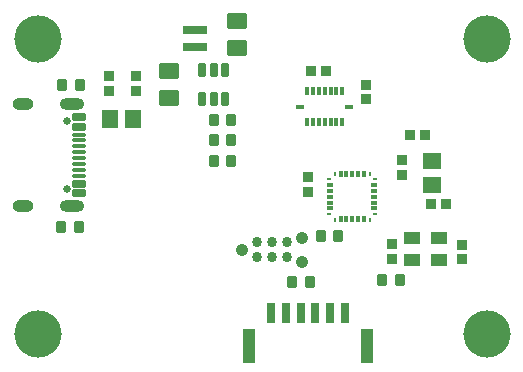
<source format=gbr>
%TF.GenerationSoftware,Altium Limited,Altium Designer,24.4.1 (13)*%
G04 Layer_Color=255*
%FSLAX45Y45*%
%MOMM*%
%TF.SameCoordinates,B8B7DE2E-4358-4D64-837E-663932822D10*%
%TF.FilePolarity,Positive*%
%TF.FileFunction,Pads,Top*%
%TF.Part,Single*%
G01*
G75*
%TA.AperFunction,SMDPad,CuDef*%
%ADD11R,2.00000X0.70000*%
G04:AMPARAMS|DCode=12|XSize=1.4mm|YSize=1.7mm|CornerRadius=0.175mm|HoleSize=0mm|Usage=FLASHONLY|Rotation=270.000|XOffset=0mm|YOffset=0mm|HoleType=Round|Shape=RoundedRectangle|*
%AMROUNDEDRECTD12*
21,1,1.40000,1.35000,0,0,270.0*
21,1,1.05000,1.70000,0,0,270.0*
1,1,0.35000,-0.67500,-0.52500*
1,1,0.35000,-0.67500,0.52500*
1,1,0.35000,0.67500,0.52500*
1,1,0.35000,0.67500,-0.52500*
%
%ADD12ROUNDEDRECTD12*%
%TA.AperFunction,TestPad*%
G04:AMPARAMS|DCode=13|XSize=0.3mm|YSize=1.15mm|CornerRadius=0.0375mm|HoleSize=0mm|Usage=FLASHONLY|Rotation=270.000|XOffset=0mm|YOffset=0mm|HoleType=Round|Shape=RoundedRectangle|*
%AMROUNDEDRECTD13*
21,1,0.30000,1.07500,0,0,270.0*
21,1,0.22500,1.15000,0,0,270.0*
1,1,0.07500,-0.53750,-0.11250*
1,1,0.07500,-0.53750,0.11250*
1,1,0.07500,0.53750,0.11250*
1,1,0.07500,0.53750,-0.11250*
%
%ADD13ROUNDEDRECTD13*%
G04:AMPARAMS|DCode=14|XSize=0.6mm|YSize=1.15mm|CornerRadius=0.075mm|HoleSize=0mm|Usage=FLASHONLY|Rotation=270.000|XOffset=0mm|YOffset=0mm|HoleType=Round|Shape=RoundedRectangle|*
%AMROUNDEDRECTD14*
21,1,0.60000,1.00000,0,0,270.0*
21,1,0.45000,1.15000,0,0,270.0*
1,1,0.15000,-0.50000,-0.22500*
1,1,0.15000,-0.50000,0.22500*
1,1,0.15000,0.50000,0.22500*
1,1,0.15000,0.50000,-0.22500*
%
%ADD14ROUNDEDRECTD14*%
%TA.AperFunction,SMDPad,CuDef*%
G04:AMPARAMS|DCode=15|XSize=0.8mm|YSize=1mm|CornerRadius=0.1mm|HoleSize=0mm|Usage=FLASHONLY|Rotation=180.000|XOffset=0mm|YOffset=0mm|HoleType=Round|Shape=RoundedRectangle|*
%AMROUNDEDRECTD15*
21,1,0.80000,0.80000,0,0,180.0*
21,1,0.60000,1.00000,0,0,180.0*
1,1,0.20000,-0.30000,0.40000*
1,1,0.20000,0.30000,0.40000*
1,1,0.20000,0.30000,-0.40000*
1,1,0.20000,-0.30000,-0.40000*
%
%ADD15ROUNDEDRECTD15*%
%ADD16R,0.95000X0.95000*%
%ADD17R,0.30000X0.25000*%
%ADD18R,0.25000X0.30000*%
%ADD19R,0.55000X0.30000*%
%ADD20R,0.30000X0.55000*%
G04:AMPARAMS|DCode=21|XSize=1.3mm|YSize=1.1mm|CornerRadius=0.055mm|HoleSize=0mm|Usage=FLASHONLY|Rotation=180.000|XOffset=0mm|YOffset=0mm|HoleType=Round|Shape=RoundedRectangle|*
%AMROUNDEDRECTD21*
21,1,1.30000,0.99000,0,0,180.0*
21,1,1.19000,1.10000,0,0,180.0*
1,1,0.11000,-0.59500,0.49500*
1,1,0.11000,0.59500,0.49500*
1,1,0.11000,0.59500,-0.49500*
1,1,0.11000,-0.59500,-0.49500*
%
%ADD21ROUNDEDRECTD21*%
%ADD22R,0.95000X0.95000*%
%ADD23R,0.75000X0.30000*%
%ADD24R,0.30000X0.75000*%
%TA.AperFunction,ConnectorPad*%
%ADD25R,0.65000X1.70000*%
%ADD26R,1.00000X2.90000*%
%TA.AperFunction,SMDPad,CuDef*%
%ADD27R,1.57000X1.33000*%
G04:AMPARAMS|DCode=28|XSize=0.6mm|YSize=1.2mm|CornerRadius=0.075mm|HoleSize=0mm|Usage=FLASHONLY|Rotation=180.000|XOffset=0mm|YOffset=0mm|HoleType=Round|Shape=RoundedRectangle|*
%AMROUNDEDRECTD28*
21,1,0.60000,1.05000,0,0,180.0*
21,1,0.45000,1.20000,0,0,180.0*
1,1,0.15000,-0.22500,0.52500*
1,1,0.15000,0.22500,0.52500*
1,1,0.15000,0.22500,-0.52500*
1,1,0.15000,-0.22500,-0.52500*
%
%ADD28ROUNDEDRECTD28*%
%ADD29R,1.33000X1.57000*%
%TA.AperFunction,BGAPad,CuDef*%
%ADD30C,0.86300*%
%TA.AperFunction,TestPad*%
%ADD41O,2.10000X1.00000*%
%ADD42C,0.65000*%
%ADD43O,1.80000X1.00000*%
%TA.AperFunction,ViaPad*%
%ADD44C,4.00000*%
%TA.AperFunction,ComponentPad*%
%ADD45C,1.06700*%
D11*
X-575000Y1322500D02*
D03*
Y1177500D02*
D03*
D12*
X-790000Y979300D02*
D03*
Y750700D02*
D03*
X-215000Y1175700D02*
D03*
Y1404300D02*
D03*
D13*
X-1552250Y290000D02*
D03*
Y240000D02*
D03*
Y190000D02*
D03*
Y340000D02*
D03*
Y390000D02*
D03*
Y440000D02*
D03*
Y140000D02*
D03*
Y90000D02*
D03*
D14*
Y505000D02*
D03*
Y585000D02*
D03*
Y25000D02*
D03*
Y-55000D02*
D03*
D15*
X492500Y-417500D02*
D03*
X642500D02*
D03*
X-1705000Y-340000D02*
D03*
X-1555000D02*
D03*
X400000Y-810000D02*
D03*
X250000D02*
D03*
X1162500Y-787500D02*
D03*
X1012500D02*
D03*
X-265000Y215000D02*
D03*
X-415000D02*
D03*
X-415000Y565000D02*
D03*
X-265000D02*
D03*
X-415000Y390000D02*
D03*
X-265000D02*
D03*
X-1695000Y860000D02*
D03*
X-1545000D02*
D03*
D16*
X1180000Y222500D02*
D03*
Y97500D02*
D03*
X1095000Y-485000D02*
D03*
Y-610000D02*
D03*
X1685000Y-617500D02*
D03*
Y-492500D02*
D03*
X385000Y77500D02*
D03*
Y-47500D02*
D03*
X875000Y862500D02*
D03*
Y737500D02*
D03*
X-1075000Y937500D02*
D03*
Y812500D02*
D03*
X-1300000Y937500D02*
D03*
Y812500D02*
D03*
D17*
X565000Y-235000D02*
D03*
X955000Y65000D02*
D03*
X565000D02*
D03*
X955000Y-235000D02*
D03*
D18*
X610000Y110000D02*
D03*
X910000Y-280000D02*
D03*
X610000D02*
D03*
X910000Y110000D02*
D03*
D19*
X947500Y-185000D02*
D03*
Y-135000D02*
D03*
Y-85000D02*
D03*
Y-35000D02*
D03*
Y15000D02*
D03*
X572500D02*
D03*
Y-35000D02*
D03*
Y-85000D02*
D03*
Y-135000D02*
D03*
Y-185000D02*
D03*
D20*
X860000Y102500D02*
D03*
X810000D02*
D03*
X760000D02*
D03*
X710000D02*
D03*
X660000D02*
D03*
Y-272500D02*
D03*
X710000D02*
D03*
X760000D02*
D03*
X810000D02*
D03*
X860000D02*
D03*
D21*
X1262500Y-435000D02*
D03*
Y-625000D02*
D03*
X1492500Y-435000D02*
D03*
Y-625000D02*
D03*
D22*
X1550000Y-147500D02*
D03*
X1425000D02*
D03*
X537500Y975000D02*
D03*
X412500D02*
D03*
X1247500Y440000D02*
D03*
X1372500D02*
D03*
D23*
X320000Y675000D02*
D03*
X730000D02*
D03*
D24*
X375000Y545000D02*
D03*
X425000D02*
D03*
X475000D02*
D03*
X525000D02*
D03*
X575000D02*
D03*
X625000D02*
D03*
X675000D02*
D03*
Y805000D02*
D03*
X625000D02*
D03*
X575000D02*
D03*
X525000D02*
D03*
X475000D02*
D03*
X425000D02*
D03*
X375000D02*
D03*
D25*
X72500Y-1070000D02*
D03*
X197500D02*
D03*
X447500D02*
D03*
X572500D02*
D03*
X322500D02*
D03*
X697500D02*
D03*
D26*
X-112500Y-1350000D02*
D03*
X882500D02*
D03*
D27*
X1435000Y213500D02*
D03*
Y16500D02*
D03*
D28*
X-320000Y745000D02*
D03*
X-415000D02*
D03*
X-510000D02*
D03*
Y985000D02*
D03*
X-415000D02*
D03*
X-320000D02*
D03*
D29*
X-1293500Y572500D02*
D03*
X-1096500D02*
D03*
D30*
X207000Y-471500D02*
D03*
X80000D02*
D03*
X-47000D02*
D03*
X207000Y-598500D02*
D03*
X80000D02*
D03*
X-47000D02*
D03*
D41*
X-1609750Y-167000D02*
D03*
Y697000D02*
D03*
D42*
X-1659750Y554000D02*
D03*
Y-24000D02*
D03*
D43*
X-2027750Y697000D02*
D03*
Y-167000D02*
D03*
D44*
X-1900000Y1250000D02*
D03*
Y-1250000D02*
D03*
X1900000D02*
D03*
Y1250000D02*
D03*
D45*
X334000Y-636600D02*
D03*
Y-433400D02*
D03*
X-174000Y-535000D02*
D03*
%TF.MD5,e6bde0ab90a3a8903b1be2ef809b6ad9*%
M02*

</source>
